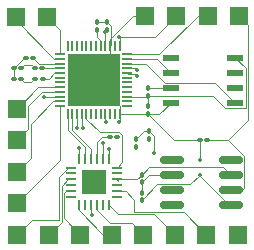
<source format=gbr>
%TF.GenerationSoftware,KiCad,Pcbnew,9.0.1*%
%TF.CreationDate,2025-09-19T11:56:04-04:00*%
%TF.ProjectId,ComputeCore,436f6d70-7574-4654-936f-72652e6b6963,rev?*%
%TF.SameCoordinates,Original*%
%TF.FileFunction,Copper,L1,Top*%
%TF.FilePolarity,Positive*%
%FSLAX46Y46*%
G04 Gerber Fmt 4.6, Leading zero omitted, Abs format (unit mm)*
G04 Created by KiCad (PCBNEW 9.0.1) date 2025-09-19 11:56:04*
%MOMM*%
%LPD*%
G01*
G04 APERTURE LIST*
G04 Aperture macros list*
%AMRoundRect*
0 Rectangle with rounded corners*
0 $1 Rounding radius*
0 $2 $3 $4 $5 $6 $7 $8 $9 X,Y pos of 4 corners*
0 Add a 4 corners polygon primitive as box body*
4,1,4,$2,$3,$4,$5,$6,$7,$8,$9,$2,$3,0*
0 Add four circle primitives for the rounded corners*
1,1,$1+$1,$2,$3*
1,1,$1+$1,$4,$5*
1,1,$1+$1,$6,$7*
1,1,$1+$1,$8,$9*
0 Add four rect primitives between the rounded corners*
20,1,$1+$1,$2,$3,$4,$5,0*
20,1,$1+$1,$4,$5,$6,$7,0*
20,1,$1+$1,$6,$7,$8,$9,0*
20,1,$1+$1,$8,$9,$2,$3,0*%
G04 Aperture macros list end*
%TA.AperFunction,SMDPad,CuDef*%
%ADD10R,1.447800X0.558800*%
%TD*%
%TA.AperFunction,SMDPad,CuDef*%
%ADD11R,0.863600X0.203200*%
%TD*%
%TA.AperFunction,SMDPad,CuDef*%
%ADD12R,0.203200X0.863600*%
%TD*%
%TA.AperFunction,SMDPad,CuDef*%
%ADD13R,4.495800X4.495800*%
%TD*%
%TA.AperFunction,SMDPad,CuDef*%
%ADD14RoundRect,0.100000X-0.100000X0.130000X-0.100000X-0.130000X0.100000X-0.130000X0.100000X0.130000X0*%
%TD*%
%TA.AperFunction,SMDPad,CuDef*%
%ADD15RoundRect,0.150000X-0.825000X-0.150000X0.825000X-0.150000X0.825000X0.150000X-0.825000X0.150000X0*%
%TD*%
%TA.AperFunction,SMDPad,CuDef*%
%ADD16RoundRect,0.062500X-0.375000X-0.062500X0.375000X-0.062500X0.375000X0.062500X-0.375000X0.062500X0*%
%TD*%
%TA.AperFunction,SMDPad,CuDef*%
%ADD17RoundRect,0.062500X-0.062500X-0.375000X0.062500X-0.375000X0.062500X0.375000X-0.062500X0.375000X0*%
%TD*%
%TA.AperFunction,HeatsinkPad*%
%ADD18R,2.100000X2.100000*%
%TD*%
%TA.AperFunction,SMDPad,CuDef*%
%ADD19RoundRect,0.100000X-0.130000X-0.100000X0.130000X-0.100000X0.130000X0.100000X-0.130000X0.100000X0*%
%TD*%
%TA.AperFunction,SMDPad,CuDef*%
%ADD20RoundRect,0.100000X0.100000X-0.130000X0.100000X0.130000X-0.100000X0.130000X-0.100000X-0.130000X0*%
%TD*%
%TA.AperFunction,ComponentPad*%
%ADD21RoundRect,0.250000X-0.550000X-0.550000X0.550000X-0.550000X0.550000X0.550000X-0.550000X0.550000X0*%
%TD*%
%TA.AperFunction,SMDPad,CuDef*%
%ADD22RoundRect,0.100000X0.130000X0.100000X-0.130000X0.100000X-0.130000X-0.100000X0.130000X-0.100000X0*%
%TD*%
%TA.AperFunction,ViaPad*%
%ADD23C,0.350000*%
%TD*%
%TA.AperFunction,Conductor*%
%ADD24C,0.100000*%
%TD*%
G04 APERTURE END LIST*
D10*
%TO.P,U2,1,CS#*%
%TO.N,SPI1_CS*%
X172910500Y-78105000D03*
%TO.P,U2,2,SO/SIO1*%
%TO.N,SPI1_MISO*%
X172910500Y-79375000D03*
%TO.P,U2,3,WP#*%
%TO.N,Net-(U2-WP#)*%
X172910500Y-80645000D03*
%TO.P,U2,4,GND*%
%TO.N,GND*%
X172910500Y-81915000D03*
%TO.P,U2,5,SI/SIO0*%
%TO.N,SPI1_MOSI*%
X178371500Y-81915000D03*
%TO.P,U2,6,SCLK*%
%TO.N,SPI1_CLK*%
X178371500Y-80645000D03*
%TO.P,U2,7,NC*%
%TO.N,unconnected-(U2-NC-Pad7)*%
X178371500Y-79375000D03*
%TO.P,U2,8,VCC*%
%TO.N,VDD*%
X178371500Y-78105000D03*
%TD*%
D11*
%TO.P,U1,1,PA2*%
%TO.N,SWDIO*%
X163499800Y-77809999D03*
%TO.P,U1,2,PA3*%
%TO.N,SWCLK*%
X163499800Y-78210001D03*
%TO.P,U1,3,VDD_1*%
%TO.N,VDD*%
X163499800Y-78610000D03*
%TO.P,U1,4,PB3*%
%TO.N,Net-(GLED1-A)*%
X163499800Y-79009999D03*
%TO.P,U1,5,PB4*%
%TO.N,Net-(RLED1-A)*%
X163499800Y-79410001D03*
%TO.P,U1,6,PB5*%
%TO.N,unconnected-(U1-PB5-Pad6)*%
X163499800Y-79810000D03*
%TO.P,U1,7,PA0*%
%TO.N,unconnected-(U1-PA0-Pad7)*%
X163499800Y-80210000D03*
%TO.P,U1,8,PA4*%
%TO.N,GPIO1*%
X163499800Y-80609999D03*
%TO.P,U1,9,PA11*%
%TO.N,GPIO2*%
X163499800Y-81010001D03*
%TO.P,U1,10,PA10*%
%TO.N,MRST*%
X163499800Y-81410000D03*
%TO.P,U1,11,PA9*%
%TO.N,USART1_TX*%
X163499800Y-81809999D03*
%TO.P,U1,12,PA8*%
%TO.N,USART1_RX*%
X163499800Y-82210001D03*
D12*
%TO.P,U1,13,PB6*%
%TO.N,A1*%
X164169999Y-82880200D03*
%TO.P,U1,14,PA5*%
%TO.N,A0*%
X164570001Y-82880200D03*
%TO.P,U1,15,PA6*%
%TO.N,I2C2_SCL*%
X164970000Y-82880200D03*
%TO.P,U1,16,PA7*%
%TO.N,I2C2_SDA*%
X165369999Y-82880200D03*
%TO.P,U1,17,PB12*%
%TO.N,A2*%
X165770001Y-82880200D03*
%TO.P,U1,18,PB13*%
%TO.N,unconnected-(U1-PB13-Pad18)*%
X166170000Y-82880200D03*
%TO.P,U1,19,PB14*%
%TO.N,unconnected-(U1-PB14-Pad19)*%
X166570000Y-82880200D03*
%TO.P,U1,20,PB15*%
%TO.N,unconnected-(U1-PB15-Pad20)*%
X166969999Y-82880200D03*
%TO.P,U1,21,VDD2*%
%TO.N,VDD*%
X167370001Y-82880200D03*
%TO.P,U1,22,LPAWUR*%
%TO.N,unconnected-(U1-LPAWUR-Pad22)*%
X167770000Y-82880200D03*
%TO.P,U1,23,RX*%
%TO.N,unconnected-(U1-RX-Pad23)*%
X168169999Y-82880200D03*
%TO.P,U1,24,EXTGND*%
%TO.N,GND*%
X168570001Y-82880200D03*
D11*
%TO.P,U1,25,TX_HP*%
%TO.N,unconnected-(U1-TX_HP-Pad25)*%
X169240200Y-82210001D03*
%TO.P,U1,26,TX*%
%TO.N,unconnected-(U1-TX-Pad26)*%
X169240200Y-81809999D03*
%TO.P,U1,27,VDDRF*%
%TO.N,VDD*%
X169240200Y-81410000D03*
%TO.P,U1,28,OSCOUT*%
%TO.N,unconnected-(U1-OSCOUT-Pad28)*%
X169240200Y-81010001D03*
%TO.P,U1,29,OSCIN*%
%TO.N,unconnected-(U1-OSCIN-Pad29)*%
X169240200Y-80609999D03*
%TO.P,U1,30,PA1*%
%TO.N,unconnected-(U1-PA1-Pad30)*%
X169240200Y-80210000D03*
%TO.P,U1,31,PB7*%
%TO.N,unconnected-(U1-PB7-Pad31)*%
X169240200Y-79810000D03*
%TO.P,U1,32,PB11*%
%TO.N,SPI1_CLK*%
X169240200Y-79410001D03*
%TO.P,U1,33,PB10*%
%TO.N,SPI1_CS*%
X169240200Y-79009999D03*
%TO.P,U1,34,PB9*%
%TO.N,SPI1_MOSI*%
X169240200Y-78610000D03*
%TO.P,U1,35,PB8*%
%TO.N,SPI1_MISO*%
X169240200Y-78210001D03*
%TO.P,U1,36,NRST*%
%TO.N,NRST*%
X169240200Y-77809999D03*
D12*
%TO.P,U1,37,VDDSD*%
%TO.N,VDD*%
X168570001Y-77139800D03*
%TO.P,U1,38,VLXSD*%
%TO.N,unconnected-(U1-VLXSD-Pad38)*%
X168169999Y-77139800D03*
%TO.P,U1,39,VSSSD*%
%TO.N,GND*%
X167770000Y-77139800D03*
%TO.P,U1,40,VFBSD*%
%TO.N,VDD*%
X167370001Y-77139800D03*
%TO.P,U1,41,VCAP*%
%TO.N,Net-(U1-VCAP)*%
X166969999Y-77139800D03*
%TO.P,U1,42,PA12*%
%TO.N,unconnected-(U1-PA12-Pad42)*%
X166570000Y-77139800D03*
%TO.P,U1,43,PA13*%
%TO.N,unconnected-(U1-PA13-Pad43)*%
X166170000Y-77139800D03*
%TO.P,U1,44,PA14*%
%TO.N,unconnected-(U1-PA14-Pad44)*%
X165770001Y-77139800D03*
%TO.P,U1,45,PA15*%
%TO.N,unconnected-(U1-PA15-Pad45)*%
X165369999Y-77139800D03*
%TO.P,U1,46,PB0*%
%TO.N,unconnected-(U1-PB0-Pad46)*%
X164970000Y-77139800D03*
%TO.P,U1,47,PB1*%
%TO.N,unconnected-(U1-PB1-Pad47)*%
X164570001Y-77139800D03*
%TO.P,U1,48,PB2*%
%TO.N,unconnected-(U1-PB2-Pad48)*%
X164169999Y-77139800D03*
D13*
%TO.P,U1,49,EPAD*%
%TO.N,GND*%
X166370000Y-80010000D03*
%TD*%
D14*
%TO.P,R3,2*%
%TO.N,VDD*%
X170942000Y-81346000D03*
%TO.P,R3,1*%
%TO.N,Net-(U2-WP#)*%
X170942000Y-80706000D03*
%TD*%
D15*
%TO.P,U4,1,32KHZ*%
%TO.N,unconnected-(U4-32KHZ-Pad1)*%
X173039000Y-86741000D03*
%TO.P,U4,2,VCC*%
%TO.N,VDD*%
X173039000Y-88011000D03*
%TO.P,U4,3,~{INT}/SQW*%
%TO.N,unconnected-(U4-~{INT}{slash}SQW-Pad3)*%
X173039000Y-89281000D03*
%TO.P,U4,4,~{RST}*%
%TO.N,unconnected-(U4-~{RST}-Pad4)*%
X173039000Y-90551000D03*
%TO.P,U4,5,GND*%
%TO.N,GND*%
X177989000Y-90551000D03*
%TO.P,U4,6,VBAT*%
%TO.N,VDD_CLK*%
X177989000Y-89281000D03*
%TO.P,U4,7,SDA*%
%TO.N,SD7*%
X177989000Y-88011000D03*
%TO.P,U4,8,SCL*%
%TO.N,I2C2_SCL*%
X177989000Y-86741000D03*
%TD*%
D16*
%TO.P,U3,1,SD0*%
%TO.N,SD0*%
X164452500Y-87413000D03*
%TO.P,U3,2,SC0*%
%TO.N,unconnected-(U3-SC0-Pad2)*%
X164452500Y-87913000D03*
%TO.P,U3,3,SD1*%
%TO.N,SD1*%
X164452500Y-88413000D03*
%TO.P,U3,4,SC1*%
%TO.N,unconnected-(U3-SC1-Pad4)*%
X164452500Y-88913000D03*
%TO.P,U3,5,SD2*%
%TO.N,SD2*%
X164452500Y-89413000D03*
%TO.P,U3,6,SC2*%
%TO.N,unconnected-(U3-SC2-Pad6)*%
X164452500Y-89913000D03*
D17*
%TO.P,U3,7,SD3*%
%TO.N,SD3*%
X165140000Y-90600500D03*
%TO.P,U3,8,SC3*%
%TO.N,unconnected-(U3-SC3-Pad8)*%
X165640000Y-90600500D03*
%TO.P,U3,9,GND*%
%TO.N,GND*%
X166140000Y-90600500D03*
%TO.P,U3,10,SD4*%
%TO.N,SD4*%
X166640000Y-90600500D03*
%TO.P,U3,11,SC4*%
%TO.N,unconnected-(U3-SC4-Pad11)*%
X167140000Y-90600500D03*
%TO.P,U3,12,SD5*%
%TO.N,SD5*%
X167640000Y-90600500D03*
D16*
%TO.P,U3,13,SC5*%
%TO.N,unconnected-(U3-SC5-Pad13)*%
X168327500Y-89913000D03*
%TO.P,U3,14,SD6*%
%TO.N,SD6*%
X168327500Y-89413000D03*
%TO.P,U3,15,SC6*%
%TO.N,unconnected-(U3-SC6-Pad15)*%
X168327500Y-88913000D03*
%TO.P,U3,16,SD7*%
%TO.N,SD7*%
X168327500Y-88413000D03*
%TO.P,U3,17,SC7*%
%TO.N,unconnected-(U3-SC7-Pad17)*%
X168327500Y-87913000D03*
%TO.P,U3,18,A2*%
%TO.N,A2*%
X168327500Y-87413000D03*
D17*
%TO.P,U3,19,SCL*%
%TO.N,I2C2_SCL*%
X167640000Y-86725500D03*
%TO.P,U3,20,SDA*%
%TO.N,I2C2_SDA*%
X167140000Y-86725500D03*
%TO.P,U3,21,VCC*%
%TO.N,VDD*%
X166640000Y-86725500D03*
%TO.P,U3,22,A0*%
%TO.N,A0*%
X166140000Y-86725500D03*
%TO.P,U3,23,A1*%
%TO.N,A1*%
X165640000Y-86725500D03*
%TO.P,U3,24,~{RESET}*%
%TO.N,MRST*%
X165140000Y-86725500D03*
D18*
%TO.P,U3,25,1EP*%
%TO.N,unconnected-(U3-1EP-Pad25)*%
X166390000Y-88663000D03*
%TD*%
D19*
%TO.P,RLED1,1,K*%
%TO.N,Net-(RLED1-K)*%
X161412000Y-79883000D03*
%TO.P,RLED1,2,A*%
%TO.N,Net-(RLED1-A)*%
X162052000Y-79883000D03*
%TD*%
D20*
%TO.P,R7,1*%
%TO.N,VDD*%
X170434000Y-88676000D03*
%TO.P,R7,2*%
%TO.N,SD7*%
X170434000Y-88036000D03*
%TD*%
%TO.P,R5,1*%
%TO.N,I2C2_SDA*%
X171069000Y-84968000D03*
%TO.P,R5,2*%
%TO.N,VDD*%
X171069000Y-84328000D03*
%TD*%
D14*
%TO.P,R4,1*%
%TO.N,VDD*%
X169926000Y-85024000D03*
%TO.P,R4,2*%
%TO.N,I2C2_SCL*%
X169926000Y-85664000D03*
%TD*%
D19*
%TO.P,R2,1*%
%TO.N,GND*%
X159609000Y-79883000D03*
%TO.P,R2,2*%
%TO.N,Net-(RLED1-K)*%
X160249000Y-79883000D03*
%TD*%
%TO.P,R1,1*%
%TO.N,GND*%
X159609000Y-78994000D03*
%TO.P,R1,2*%
%TO.N,Net-(GLED1-K)*%
X160249000Y-78994000D03*
%TD*%
D21*
%TO.P,J18,1,Pin_1*%
%TO.N,NRST*%
X176022000Y-74549000D03*
%TD*%
%TO.P,J17,1,Pin_1*%
%TO.N,GND*%
X170688000Y-74549000D03*
%TD*%
%TO.P,J16,1,Pin_1*%
%TO.N,VDD_CLK*%
X178689000Y-74549000D03*
%TD*%
%TO.P,J15,1,Pin_1*%
%TO.N,VDD*%
X173355000Y-74549000D03*
%TD*%
%TO.P,J14,1,Pin_1*%
%TO.N,USART1_TX*%
X159893000Y-87757000D03*
%TD*%
%TO.P,J13,1,Pin_1*%
%TO.N,USART1_RX*%
X159893000Y-90424000D03*
%TD*%
%TO.P,J12,1,Pin_1*%
%TO.N,SWCLK*%
X159766000Y-74676000D03*
%TD*%
%TO.P,J11,1,Pin_1*%
%TO.N,SWDIO*%
X162433000Y-74676000D03*
%TD*%
%TO.P,J10,1,Pin_1*%
%TO.N,GPIO2*%
X159893000Y-85090000D03*
%TD*%
%TO.P,J9,1,Pin_1*%
%TO.N,GPIO1*%
X159893000Y-82423000D03*
%TD*%
%TO.P,J8,1,Pin_1*%
%TO.N,I2C2_SCL*%
X178562000Y-93091000D03*
%TD*%
%TO.P,J7,1,Pin_1*%
%TO.N,SD0*%
X159893000Y-93091000D03*
%TD*%
%TO.P,J6,1,Pin_1*%
%TO.N,SD6*%
X175895000Y-93091000D03*
%TD*%
%TO.P,J5,1,Pin_1*%
%TO.N,SD5*%
X173228000Y-93091000D03*
%TD*%
%TO.P,J4,1,Pin_1*%
%TO.N,SD4*%
X170561000Y-93091000D03*
%TD*%
%TO.P,J3,1,Pin_1*%
%TO.N,SD3*%
X167894000Y-93091000D03*
%TD*%
%TO.P,J2,1,Pin_1*%
%TO.N,SD2*%
X165227000Y-93091000D03*
%TD*%
%TO.P,J1,1,Pin_1*%
%TO.N,SD1*%
X162560000Y-93091000D03*
%TD*%
D19*
%TO.P,GLED1,1,K*%
%TO.N,Net-(GLED1-K)*%
X161387000Y-78994000D03*
%TO.P,GLED1,2,A*%
%TO.N,Net-(GLED1-A)*%
X162027000Y-78994000D03*
%TD*%
D22*
%TO.P,C11,1*%
%TO.N,VDD_CLK*%
X175997000Y-85090000D03*
%TO.P,C11,2*%
%TO.N,GND*%
X175357000Y-85090000D03*
%TD*%
D14*
%TO.P,C10,1*%
%TO.N,VDD*%
X170434000Y-89535000D03*
%TO.P,C10,2*%
%TO.N,GND*%
X170434000Y-90175000D03*
%TD*%
D19*
%TO.P,C9,1*%
%TO.N,VDD*%
X167737000Y-84836000D03*
%TO.P,C9,2*%
%TO.N,GND*%
X168377000Y-84836000D03*
%TD*%
D14*
%TO.P,C8,1*%
%TO.N,VDD*%
X170942000Y-82230000D03*
%TO.P,C8,2*%
%TO.N,GND*%
X170942000Y-82870000D03*
%TD*%
D20*
%TO.P,C6,1*%
%TO.N,VDD*%
X167513000Y-75758000D03*
%TO.P,C6,2*%
%TO.N,GND*%
X167513000Y-75118000D03*
%TD*%
D19*
%TO.P,C3,1*%
%TO.N,GND*%
X160625000Y-78105000D03*
%TO.P,C3,2*%
%TO.N,VDD*%
X161265000Y-78105000D03*
%TD*%
D20*
%TO.P,C2,1*%
%TO.N,Net-(U1-VCAP)*%
X166624000Y-75758000D03*
%TO.P,C2,2*%
%TO.N,GND*%
X166624000Y-75118000D03*
%TD*%
D23*
%TO.N,I2C2_SCL*%
X178562000Y-93091000D03*
%TO.N,GND*%
X166243000Y-91440000D03*
X170434000Y-90175000D03*
%TO.N,VDD*%
X161265000Y-78105000D03*
%TO.N,GND*%
X166370000Y-80010000D03*
X159609000Y-79883000D03*
%TO.N,VDD*%
X173039000Y-88011000D03*
X171470000Y-86213000D03*
%TO.N,GND*%
X175387000Y-88011000D03*
X175387000Y-86741000D03*
%TO.N,VDD*%
X170942000Y-82230000D03*
X171069000Y-84328000D03*
%TO.N,I2C2_SDA*%
X171069000Y-84968000D03*
%TO.N,I2C2_SCL*%
X169926000Y-85664000D03*
%TO.N,VDD*%
X168529000Y-76327000D03*
X167370001Y-75946000D03*
%TO.N,I2C2_SCL*%
X177989000Y-86741000D03*
%TO.N,SPI1_CLK*%
X170053000Y-79646003D03*
X178371500Y-80645000D03*
%TO.N,SPI1_CS*%
X170053000Y-79121000D03*
X172910500Y-78105000D03*
%TO.N,GND*%
X168529000Y-83566000D03*
X168377000Y-84836000D03*
%TO.N,VDD*%
X167386000Y-83566000D03*
X167737000Y-84836000D03*
%TO.N,MRST*%
X165100000Y-85725000D03*
%TO.N,I2C2_SDA*%
X167132000Y-85344000D03*
%TO.N,I2C2_SCL*%
X167640000Y-85852000D03*
%TO.N,MRST*%
X162182000Y-81410000D03*
%TO.N,I2C2_SDA*%
X165498003Y-84074000D03*
%TO.N,I2C2_SCL*%
X164973000Y-84074000D03*
%TD*%
D24*
%TO.N,GND*%
X170942000Y-82870000D02*
X170749000Y-82870000D01*
X170749000Y-82870000D02*
X170738800Y-82880200D01*
X170738800Y-82880200D02*
X168570001Y-82880200D01*
%TO.N,VDD_CLK*%
X178689000Y-74549000D02*
X179447400Y-75307400D01*
X179447400Y-83385436D02*
X177742836Y-85090000D01*
X179447400Y-75307400D02*
X179447400Y-83385436D01*
%TO.N,NRST*%
X176022000Y-74549000D02*
X175210600Y-74549000D01*
X171949601Y-77809999D02*
X169240200Y-77809999D01*
X175210600Y-74549000D02*
X171949601Y-77809999D01*
%TO.N,VDD*%
X173355000Y-74549000D02*
X171577000Y-76327000D01*
X171577000Y-76327000D02*
X168529000Y-76327000D01*
%TO.N,GND*%
X170688000Y-74549000D02*
X169739900Y-74549000D01*
X167770000Y-76518900D02*
X167770000Y-77139800D01*
X169739900Y-74549000D02*
X167770000Y-76518900D01*
%TO.N,SWDIO*%
X163499800Y-77809999D02*
X163499800Y-75742800D01*
X163499800Y-75742800D02*
X162433000Y-74676000D01*
%TO.N,SWCLK*%
X163499800Y-78210001D02*
X163046001Y-78210001D01*
X163046001Y-78210001D02*
X159766000Y-74930000D01*
X159766000Y-74930000D02*
X159766000Y-74676000D01*
%TO.N,USART1_RX*%
X163499800Y-82210001D02*
X163499800Y-86817200D01*
X163499800Y-86817200D02*
X159893000Y-90424000D01*
%TO.N,USART1_TX*%
X163499800Y-81809999D02*
X162968000Y-81809999D01*
X162968000Y-81809999D02*
X161045000Y-83732999D01*
X161045000Y-86605000D02*
X159893000Y-87757000D01*
X161045000Y-83732999D02*
X161045000Y-86605000D01*
%TO.N,GPIO2*%
X163499800Y-81010001D02*
X162014899Y-81010001D01*
X162014899Y-81010001D02*
X160844000Y-82180900D01*
X160844000Y-82180900D02*
X160844000Y-84139000D01*
X160844000Y-84139000D02*
X159893000Y-85090000D01*
%TO.N,GPIO1*%
X163499800Y-80609999D02*
X161706001Y-80609999D01*
X161706001Y-80609999D02*
X159893000Y-82423000D01*
%TO.N,SD0*%
X161163000Y-91821000D02*
X163449000Y-91821000D01*
X159893000Y-93091000D02*
X161163000Y-91821000D01*
X164211334Y-87413000D02*
X164452500Y-87413000D01*
X163449000Y-91821000D02*
X163449000Y-88175334D01*
X163449000Y-88175334D02*
X164211334Y-87413000D01*
%TO.N,SD1*%
X162560000Y-93091000D02*
X163663000Y-91988000D01*
X163663000Y-91988000D02*
X163663000Y-88961334D01*
X163663000Y-88961334D02*
X164211334Y-88413000D01*
X164211334Y-88413000D02*
X164452500Y-88413000D01*
%TO.N,GND*%
X166140000Y-91337000D02*
X166243000Y-91440000D01*
X166140000Y-90600500D02*
X166140000Y-91337000D01*
%TO.N,SD5*%
X167640000Y-90600500D02*
X168426500Y-91387000D01*
X168426500Y-91387000D02*
X171524000Y-91387000D01*
X171524000Y-91387000D02*
X173228000Y-93091000D01*
%TO.N,SD6*%
X169799000Y-90127738D02*
X169799000Y-91186000D01*
X169084262Y-89413000D02*
X169799000Y-90127738D01*
X173990000Y-91186000D02*
X175895000Y-93091000D01*
X168327500Y-89413000D02*
X169084262Y-89413000D01*
X169799000Y-91186000D02*
X173990000Y-91186000D01*
%TO.N,SD4*%
X166640000Y-90600500D02*
X166640000Y-91037999D01*
X169610000Y-92140000D02*
X170561000Y-93091000D01*
X166640000Y-91037999D02*
X167742001Y-92140000D01*
X167742001Y-92140000D02*
X169610000Y-92140000D01*
%TO.N,SD3*%
X165140000Y-90600500D02*
X165140000Y-91037999D01*
X165140000Y-91037999D02*
X167193001Y-93091000D01*
X167193001Y-93091000D02*
X167894000Y-93091000D01*
%TO.N,SD2*%
X164452500Y-89413000D02*
X164015001Y-89413000D01*
X164015001Y-89413000D02*
X163864000Y-89564001D01*
X163864000Y-91728000D02*
X165227000Y-93091000D01*
X163864000Y-89564001D02*
X163864000Y-91728000D01*
%TO.N,SD0*%
X164452500Y-87413000D02*
X164015001Y-87413000D01*
%TO.N,GND*%
X167770000Y-77139800D02*
X167770000Y-78610000D01*
X167770000Y-78610000D02*
X166370000Y-80010000D01*
%TO.N,VDD*%
X171470000Y-84729000D02*
X171470000Y-86213000D01*
X171069000Y-84328000D02*
X171470000Y-84729000D01*
X171450000Y-86233000D02*
X171470000Y-86213000D01*
%TO.N,GND*%
X170434000Y-90175000D02*
X171779000Y-88830000D01*
X171779000Y-88830000D02*
X174568000Y-88830000D01*
X174568000Y-88830000D02*
X175387000Y-88011000D01*
X175387000Y-88138000D02*
X177800000Y-90551000D01*
X177800000Y-90551000D02*
X177989000Y-90551000D01*
X175357000Y-85090000D02*
X175357000Y-86711000D01*
X175357000Y-86711000D02*
X175387000Y-86741000D01*
X175387000Y-88011000D02*
X175387000Y-88138000D01*
%TO.N,VDD*%
X171069000Y-84328000D02*
X170622000Y-84328000D01*
X170622000Y-84328000D02*
X169926000Y-85024000D01*
X168570001Y-76368001D02*
X168529000Y-76327000D01*
X168570001Y-77139800D02*
X168570001Y-76368001D01*
%TO.N,GND*%
X166624000Y-75118000D02*
X167513000Y-75118000D01*
X167770000Y-77139800D02*
X167864000Y-77045800D01*
X167864000Y-77045800D02*
X167864000Y-75469000D01*
X167864000Y-75469000D02*
X167513000Y-75118000D01*
%TO.N,VDD*%
X167370001Y-77139800D02*
X167370001Y-75900999D01*
X167370001Y-75900999D02*
X167513000Y-75758000D01*
%TO.N,Net-(U1-VCAP)*%
X166969999Y-77139800D02*
X166969999Y-76672999D01*
X166969999Y-76672999D02*
X166624000Y-76327000D01*
X166624000Y-76327000D02*
X166624000Y-75758000D01*
%TO.N,GND*%
X160625000Y-78105000D02*
X160498000Y-78105000D01*
X160498000Y-78105000D02*
X159609000Y-78994000D01*
%TO.N,VDD*%
X163499800Y-78610000D02*
X161770000Y-78610000D01*
X161770000Y-78610000D02*
X161265000Y-78105000D01*
%TO.N,GND*%
X159609000Y-78994000D02*
X159609000Y-79883000D01*
%TO.N,Net-(GLED1-K)*%
X161387000Y-78994000D02*
X161387000Y-78964000D01*
X161387000Y-78964000D02*
X161163000Y-78740000D01*
X161163000Y-78740000D02*
X160503000Y-78740000D01*
X160503000Y-78740000D02*
X160249000Y-78994000D01*
%TO.N,Net-(RLED1-K)*%
X161412000Y-79883000D02*
X161290000Y-79883000D01*
X161290000Y-79883000D02*
X161036000Y-80137000D01*
X161036000Y-80137000D02*
X160503000Y-80137000D01*
X160503000Y-80137000D02*
X160249000Y-79883000D01*
%TO.N,Net-(RLED1-A)*%
X163499800Y-79410001D02*
X163032999Y-79410001D01*
X163032999Y-79410001D02*
X162560000Y-79883000D01*
X162560000Y-79883000D02*
X162052000Y-79883000D01*
%TO.N,Net-(GLED1-A)*%
X163499800Y-79009999D02*
X162042999Y-79009999D01*
X162042999Y-79009999D02*
X162027000Y-78994000D01*
%TO.N,GND*%
X175357000Y-85090000D02*
X173162000Y-85090000D01*
X173162000Y-85090000D02*
X170942000Y-82870000D01*
%TO.N,VDD_CLK*%
X177989000Y-89281000D02*
X178963999Y-89281000D01*
X179115000Y-86462164D02*
X177742836Y-85090000D01*
X178963999Y-89281000D02*
X179115000Y-89129999D01*
X179115000Y-89129999D02*
X179115000Y-86462164D01*
X177742836Y-85090000D02*
X175997000Y-85090000D01*
%TO.N,VDD*%
X170434000Y-88676000D02*
X170434000Y-89535000D01*
X173039000Y-88011000D02*
X171099000Y-88011000D01*
X171099000Y-88011000D02*
X170434000Y-88676000D01*
%TO.N,SD7*%
X170434000Y-88036000D02*
X171094000Y-87376000D01*
X171094000Y-87376000D02*
X177354000Y-87376000D01*
X177354000Y-87376000D02*
X177989000Y-88011000D01*
X168327500Y-88413000D02*
X170057000Y-88413000D01*
X170057000Y-88413000D02*
X170434000Y-88036000D01*
%TO.N,VDD*%
X173014000Y-88036000D02*
X173039000Y-88011000D01*
%TO.N,SD7*%
X168327500Y-88413000D02*
X168452499Y-88537999D01*
%TO.N,SPI1_CLK*%
X169928997Y-79522000D02*
X170053000Y-79646003D01*
X169352199Y-79522000D02*
X169928997Y-79522000D01*
X169240200Y-79410001D02*
X169352199Y-79522000D01*
%TO.N,VDD*%
X170942000Y-81346000D02*
X176497200Y-81346000D01*
X176497200Y-81346000D02*
X177496600Y-82345400D01*
X177496600Y-82345400D02*
X179246400Y-82345400D01*
X179246400Y-82345400D02*
X179246400Y-78979900D01*
X179246400Y-78979900D02*
X178371500Y-78105000D01*
X170942000Y-81346000D02*
X170942000Y-82230000D01*
%TO.N,GND*%
X170942000Y-82870000D02*
X171955500Y-82870000D01*
X171955500Y-82870000D02*
X172910500Y-81915000D01*
%TO.N,VDD*%
X169240200Y-81410000D02*
X170878000Y-81410000D01*
X170878000Y-81410000D02*
X170942000Y-81346000D01*
%TO.N,Net-(U2-WP#)*%
X172910500Y-80645000D02*
X171003000Y-80645000D01*
X171003000Y-80645000D02*
X170942000Y-80706000D01*
%TO.N,SPI1_CS*%
X169941999Y-79009999D02*
X170053000Y-79121000D01*
X169240200Y-79009999D02*
X169941999Y-79009999D01*
%TO.N,SPI1_MOSI*%
X169240200Y-78610000D02*
X170840200Y-78610000D01*
X170840200Y-78610000D02*
X172444800Y-80214600D01*
X172444800Y-80214600D02*
X176671100Y-80214600D01*
X176671100Y-80214600D02*
X178371500Y-81915000D01*
%TO.N,SPI1_MISO*%
X169240200Y-78210001D02*
X171745501Y-78210001D01*
X171745501Y-78210001D02*
X172910500Y-79375000D01*
%TO.N,A2*%
X165770001Y-82880200D02*
X165770001Y-83315601D01*
X165770001Y-83315601D02*
X166889400Y-84435000D01*
X168778000Y-86962500D02*
X168327500Y-87413000D01*
X166889400Y-84435000D02*
X168563738Y-84435000D01*
X168778000Y-84649262D02*
X168778000Y-86962500D01*
X168563738Y-84435000D02*
X168778000Y-84649262D01*
%TO.N,GND*%
X168570001Y-83524999D02*
X168529000Y-83566000D01*
X168570001Y-82880200D02*
X168570001Y-83524999D01*
%TO.N,VDD*%
X167370001Y-83550001D02*
X167386000Y-83566000D01*
X167370001Y-82880200D02*
X167370001Y-83550001D01*
%TO.N,A1*%
X164169999Y-82880200D02*
X164169999Y-84227899D01*
X164169999Y-84227899D02*
X165640000Y-85697900D01*
X165640000Y-85697900D02*
X165640000Y-86725500D01*
%TO.N,A0*%
X164570001Y-82880200D02*
X164570001Y-84238101D01*
X164570001Y-84238101D02*
X166140000Y-85808100D01*
X166140000Y-85808100D02*
X166140000Y-86725500D01*
%TO.N,MRST*%
X165140000Y-85765000D02*
X165100000Y-85725000D01*
X165140000Y-86725500D02*
X165140000Y-85765000D01*
%TO.N,VDD*%
X167737000Y-84836000D02*
X167072900Y-84836000D01*
X167072900Y-84836000D02*
X166640000Y-85268900D01*
X166640000Y-85268900D02*
X166640000Y-86725500D01*
%TO.N,I2C2_SDA*%
X167140000Y-85352000D02*
X167132000Y-85344000D01*
X167140000Y-86725500D02*
X167140000Y-85352000D01*
%TO.N,I2C2_SCL*%
X167640000Y-86725500D02*
X167640000Y-85852000D01*
%TO.N,GND*%
X168570001Y-82880200D02*
X168570001Y-82210001D01*
X168570001Y-82210001D02*
X166370000Y-80010000D01*
%TO.N,MRST*%
X163499800Y-81410000D02*
X162182000Y-81410000D01*
X162179000Y-81407000D02*
X162182000Y-81410000D01*
%TO.N,I2C2_SDA*%
X165374000Y-82884201D02*
X165374000Y-84074000D01*
X165369999Y-82880200D02*
X165374000Y-82884201D01*
X165374000Y-84074000D02*
X165498003Y-84074000D01*
%TO.N,I2C2_SCL*%
X164973000Y-82883200D02*
X164973000Y-84074000D01*
X164970000Y-82880200D02*
X164973000Y-82883200D01*
%TD*%
M02*

</source>
